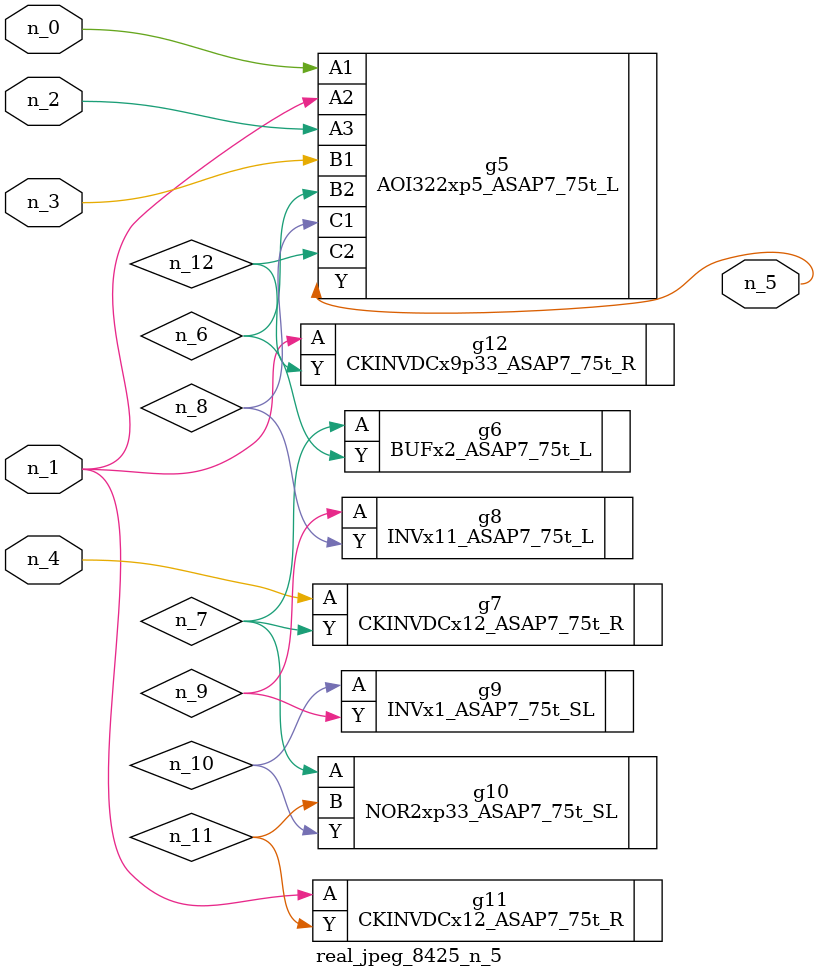
<source format=v>
module real_jpeg_8425_n_5 (n_4, n_0, n_1, n_2, n_3, n_5);

input n_4;
input n_0;
input n_1;
input n_2;
input n_3;

output n_5;

wire n_12;
wire n_8;
wire n_11;
wire n_6;
wire n_7;
wire n_10;
wire n_9;

AOI322xp5_ASAP7_75t_L g5 ( 
.A1(n_0),
.A2(n_1),
.A3(n_2),
.B1(n_3),
.B2(n_6),
.C1(n_8),
.C2(n_12),
.Y(n_5)
);

CKINVDCx12_ASAP7_75t_R g11 ( 
.A(n_1),
.Y(n_11)
);

CKINVDCx9p33_ASAP7_75t_R g12 ( 
.A(n_1),
.Y(n_12)
);

CKINVDCx12_ASAP7_75t_R g7 ( 
.A(n_4),
.Y(n_7)
);

BUFx2_ASAP7_75t_L g6 ( 
.A(n_7),
.Y(n_6)
);

NOR2xp33_ASAP7_75t_SL g10 ( 
.A(n_7),
.B(n_11),
.Y(n_10)
);

INVx11_ASAP7_75t_L g8 ( 
.A(n_9),
.Y(n_8)
);

INVx1_ASAP7_75t_SL g9 ( 
.A(n_10),
.Y(n_9)
);


endmodule
</source>
